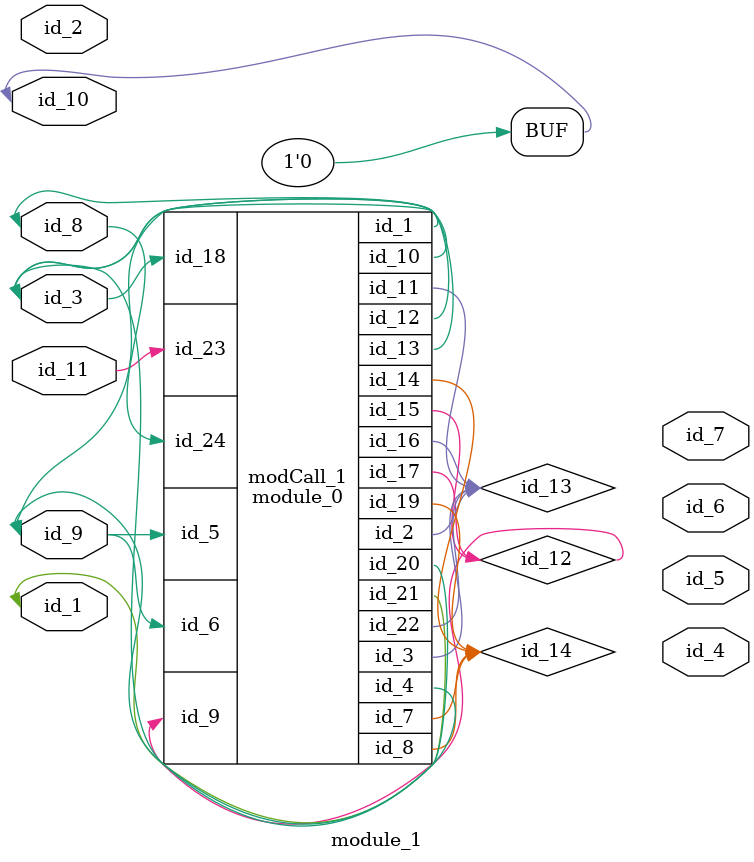
<source format=v>
module module_0 (
    id_1,
    id_2,
    id_3,
    id_4,
    id_5,
    id_6,
    id_7,
    id_8,
    id_9,
    id_10,
    id_11,
    id_12,
    id_13,
    id_14,
    id_15,
    id_16,
    id_17,
    id_18,
    id_19,
    id_20,
    id_21,
    id_22,
    id_23,
    id_24
);
  input wire id_24;
  input wire id_23;
  inout wire id_22;
  output wire id_21;
  output wire id_20;
  output wire id_19;
  input wire id_18;
  inout wire id_17;
  inout wire id_16;
  output wire id_15;
  output wire id_14;
  inout wire id_13;
  inout wire id_12;
  inout wire id_11;
  inout wire id_10;
  input wire id_9;
  output wire id_8;
  inout wire id_7;
  input wire id_6;
  input wire id_5;
  inout wire id_4;
  inout wire id_3;
  inout wire id_2;
  inout wire id_1;
  wire id_25;
  wor  id_26 = (1);
  assign id_26 = 1'h0;
endmodule
module module_1 (
    id_1,
    id_2,
    id_3,
    id_4,
    id_5,
    id_6,
    id_7,
    id_8,
    id_9,
    id_10,
    id_11
);
  input wire id_11;
  inout wire id_10;
  inout wire id_9;
  inout wire id_8;
  output wire id_7;
  output wire id_6;
  output wire id_5;
  output wire id_4;
  inout wire id_3;
  input wire id_2;
  inout wire id_1;
  wire id_12;
  wire id_13;
  wire id_14;
  assign id_10 = "";
  module_0 modCall_1 (
      id_8,
      id_13,
      id_13,
      id_9,
      id_9,
      id_9,
      id_14,
      id_14,
      id_12,
      id_3,
      id_13,
      id_3,
      id_9,
      id_14,
      id_12,
      id_13,
      id_12,
      id_3,
      id_14,
      id_3,
      id_1,
      id_13,
      id_11,
      id_8
  );
endmodule

</source>
